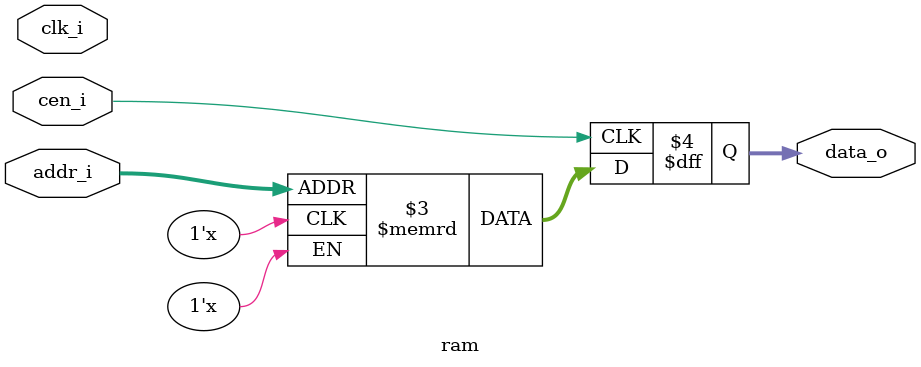
<source format=v>
module ram(
    input clk_i,
    input cen_i, 

    input[3:0] addr_i, 

    output[7:0] data_o);

reg[7:0] mem[0:15]; 

always @ (negedge cen_i) begin
    if (!cen_i) begin
        data_o <= mem[addr_i];
    end
end

endmodule
</source>
